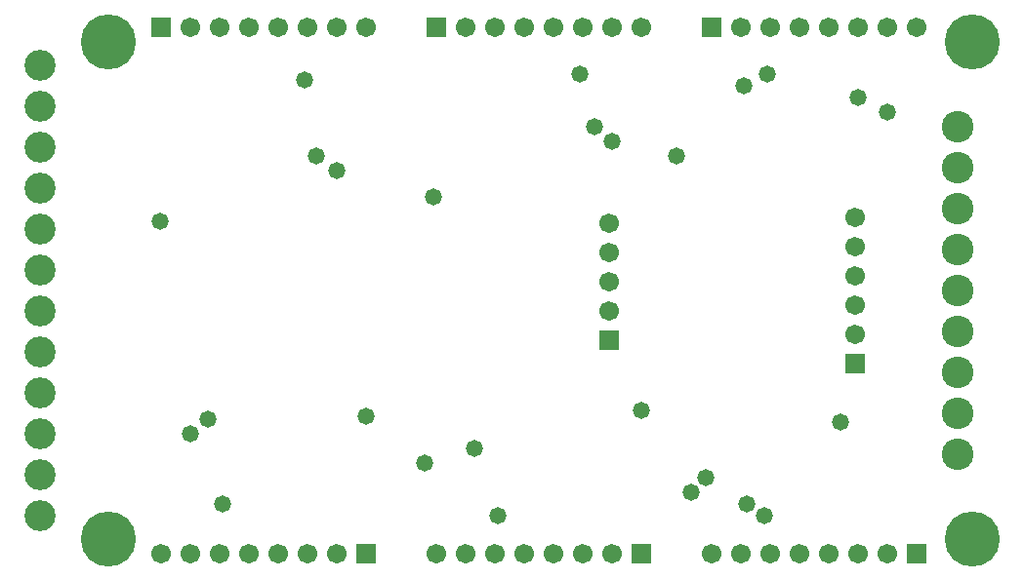
<source format=gbs>
G04 Layer_Color=16711935*
%FSLAX23Y23*%
%MOIN*%
G70*
G01*
G75*
%ADD27C,0.067*%
%ADD28R,0.067X0.067*%
%ADD29R,0.067X0.067*%
%ADD30C,0.106*%
%ADD31C,0.188*%
%ADD32C,0.108*%
%ADD33C,0.058*%
D27*
X4010Y5530D02*
D03*
Y5430D02*
D03*
Y5330D02*
D03*
Y5230D02*
D03*
X5060Y6200D02*
D03*
X4960D02*
D03*
X4860D02*
D03*
X4760D02*
D03*
X4660D02*
D03*
X4560D02*
D03*
X4460D02*
D03*
X4120D02*
D03*
X4020D02*
D03*
X3920D02*
D03*
X3820D02*
D03*
X3720D02*
D03*
X3620D02*
D03*
X3520D02*
D03*
X3180D02*
D03*
X3080D02*
D03*
X2980D02*
D03*
X2880D02*
D03*
X2780D02*
D03*
X2680D02*
D03*
X2580D02*
D03*
X2480Y4400D02*
D03*
X2580D02*
D03*
X2680D02*
D03*
X2780D02*
D03*
X2880D02*
D03*
X2980D02*
D03*
X3080D02*
D03*
X4360D02*
D03*
X4460D02*
D03*
X4560D02*
D03*
X4660D02*
D03*
X4760D02*
D03*
X4860D02*
D03*
X4960D02*
D03*
X4850Y5150D02*
D03*
Y5250D02*
D03*
Y5350D02*
D03*
Y5450D02*
D03*
Y5550D02*
D03*
X3420Y4400D02*
D03*
X3520D02*
D03*
X3620D02*
D03*
X3720D02*
D03*
X3820D02*
D03*
X3920D02*
D03*
X4020D02*
D03*
D28*
X4010Y5130D02*
D03*
X4850Y5050D02*
D03*
D29*
X4360Y6200D02*
D03*
X3420D02*
D03*
X2480D02*
D03*
X3180Y4400D02*
D03*
X5060D02*
D03*
X4120D02*
D03*
D30*
X2065Y5230D02*
D03*
Y5090D02*
D03*
Y4950D02*
D03*
Y4810D02*
D03*
Y4670D02*
D03*
Y4530D02*
D03*
Y5370D02*
D03*
Y5510D02*
D03*
Y5650D02*
D03*
Y5790D02*
D03*
Y5930D02*
D03*
Y6070D02*
D03*
D31*
X5250Y6150D02*
D03*
Y4450D02*
D03*
X2300D02*
D03*
Y6150D02*
D03*
D32*
X5200Y4740D02*
D03*
Y4880D02*
D03*
Y5020D02*
D03*
Y5160D02*
D03*
Y5300D02*
D03*
Y5440D02*
D03*
Y5860D02*
D03*
Y5720D02*
D03*
Y5580D02*
D03*
D33*
X3410Y5620D02*
D03*
X2475Y5535D02*
D03*
X3180Y4870D02*
D03*
X4120Y4890D02*
D03*
X4240Y5760D02*
D03*
X4290Y4610D02*
D03*
X2640Y4860D02*
D03*
X2580Y4810D02*
D03*
X3550Y4760D02*
D03*
X3010Y5760D02*
D03*
X3080Y5710D02*
D03*
X3960Y5860D02*
D03*
X4020Y5810D02*
D03*
X3910Y6040D02*
D03*
X2970Y6020D02*
D03*
X4960Y5910D02*
D03*
X4800Y4850D02*
D03*
X4550Y6040D02*
D03*
X2690Y4570D02*
D03*
X3380Y4710D02*
D03*
X4340Y4660D02*
D03*
X4480Y4570D02*
D03*
X3630Y4530D02*
D03*
X4540D02*
D03*
X4860Y5960D02*
D03*
X4470Y6000D02*
D03*
M02*

</source>
